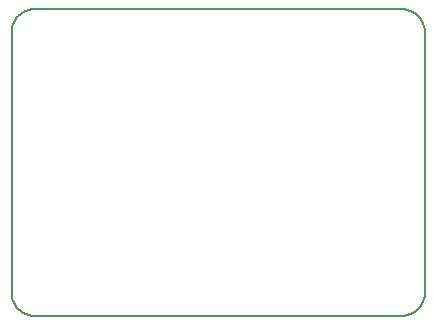
<source format=gm1>
G04*
G04 #@! TF.GenerationSoftware,Altium Limited,Altium Designer,24.5.2 (23)*
G04*
G04 Layer_Color=16711935*
%FSLAX25Y25*%
%MOIN*%
G70*
G04*
G04 #@! TF.SameCoordinates,DA11F9B2-49B4-46D7-84E3-7535E75C2908*
G04*
G04*
G04 #@! TF.FilePolarity,Positive*
G04*
G01*
G75*
%ADD16C,0.00787*%
D16*
X-0Y7874D02*
X67Y6846D01*
X268Y5836D01*
X599Y4861D01*
X1055Y3937D01*
X1627Y3081D01*
X2306Y2306D01*
X3081Y1627D01*
X3937Y1055D01*
X4861Y599D01*
X5836Y268D01*
X6846Y67D01*
X7874Y0D01*
X129921Y-0D02*
X130949Y67D01*
X131959Y268D01*
X132934Y599D01*
X133858Y1055D01*
X134715Y1627D01*
X135489Y2306D01*
X136168Y3081D01*
X136740Y3937D01*
X137196Y4861D01*
X137527Y5836D01*
X137728Y6846D01*
X137795Y7874D01*
X137795Y94488D02*
X137728Y95516D01*
X137527Y96526D01*
X137196Y97501D01*
X136740Y98425D01*
X136168Y99282D01*
X135489Y100056D01*
X134715Y100735D01*
X133858Y101307D01*
X132934Y101763D01*
X131959Y102094D01*
X130949Y102295D01*
X129921Y102362D01*
X7874Y102362D02*
X6846Y102295D01*
X5836Y102094D01*
X4861Y101763D01*
X3937Y101307D01*
X3081Y100735D01*
X2306Y100056D01*
X1627Y99282D01*
X1055Y98425D01*
X599Y97501D01*
X268Y96526D01*
X67Y95516D01*
X0Y94488D01*
Y7874D02*
Y94488D01*
X7874Y102362D02*
X129921D01*
X137795Y7874D02*
Y94488D01*
X7874Y0D02*
X129921D01*
M02*

</source>
